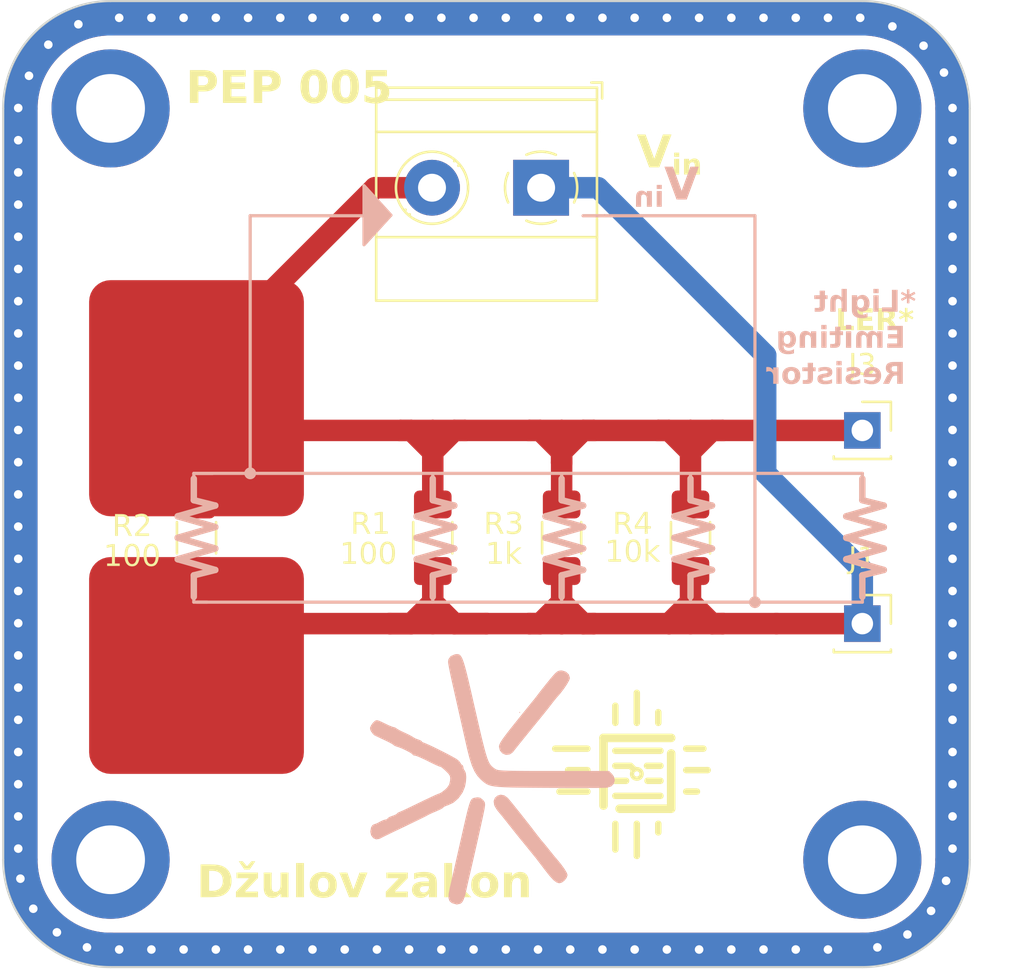
<source format=kicad_pcb>
(kicad_pcb (version 20241229) (generator "pcbnew") (generator_version "9.0")
  (layers (0 "F.Cu" signal) (2 "B.Cu" signal) (13 "F.Paste" user) (15 "B.Paste" user) (5 "F.SilkS" user "F.Silkscreen") (7 "B.SilkS" user "B.Silkscreen") (1 "F.Mask" user) (3 "B.Mask" user) (25 "Edge.Cuts" user))
  (net 0 "")
  (net 1 "0")
  (net 2 "Input voltage")
  (footprint "Resistor_SMD:R_1206_3216Metric_Pad1.30x1.75mm_HandSolder" (layer "F.Cu") (at 130 86 90)
    (property "Reference" "R3" (at 0.6 -2.7 180) (layer "F.SilkS"))
    (property "Value" "1k" (at -0.8 -2.7 180) (layer "F.SilkS"))
    (fp_line (start -0.727064 -0.91) (end 0.727064 -0.91) (stroke (width 0.12)) (layer "F.SilkS"))
    (fp_line (start -0.727064 0.91) (end 0.727064 0.91) (stroke (width 0.12)) (layer "F.SilkS"))
    (pad "1" smd roundrect (at -1.55 0 90) (size 1.3 1.75) (layers "F.Cu" "F.Mask" "F.Paste") (roundrect_rratio 0.192308) (net 2 "Input voltage"))
    (pad "2" smd roundrect (at 1.55 0 90) (size 1.3 1.75) (layers "F.Cu" "F.Mask" "F.Paste") (roundrect_rratio 0.192308) (net 1 "0"))
  )
  (footprint "Resistor_SMD:R_1206_3216Metric_Pad1.30x1.75mm_HandSolder" (layer "F.Cu") (at 113 86 90)
    (property "Reference" "R2" (at 0.5 -3 180) (layer "F.SilkS"))
    (property "Value" "100" (at -0.9 -3 180) (layer "F.SilkS"))
    (fp_line (start -0.727064 -0.91) (end 0.727064 -0.91) (stroke (width 0.12)) (layer "F.SilkS"))
    (fp_line (start -0.727064 0.91) (end 0.727064 0.91) (stroke (width 0.12)) (layer "F.SilkS"))
    (pad "1" smd roundrect (at -1.55 0 90) (size 1.3 1.75) (layers "F.Cu" "F.Mask" "F.Paste") (roundrect_rratio 0.192308) (net 2 "Input voltage"))
    (pad "2" smd roundrect (at 1.55 0 90) (size 1.3 1.75) (layers "F.Cu" "F.Mask" "F.Paste") (roundrect_rratio 0.192308) (net 1 "0"))
  )
  (footprint "MountingHole:MountingHole_3.2mm_M3_ISO14580_Pad_TopBottom" (layer "F.Cu") (at 144 66)
    (property "Reference" "H3" (hide yes))
    (property "Value" "MountingHole")
    (pad "1" thru_hole circle (at 0 0) (size 3.6 3.6) (drill 3.2) (layers "*.Cu" "*.Mask"))
    (pad "1" connect circle (at 0 0) (size 5.5 5.5) (layers "F.Cu" "F.Mask"))
    (pad "1" connect circle (at 0 0) (size 5.5 5.5) (layers "B.Cu" "B.Mask"))
  )
  (footprint "PEP_library:ele_petnica_logo" (layer "F.Cu") (at 133.5 97)
    (property "Reference" "REF**" (hide yes))
    (property "Value" "ele_petnica_logo" (hide yes))
    (fp_line (start -3.8 -1.176394) (end -2.3 -1.176394) (stroke (width 0.3)) (layer "F.SilkS"))
    (fp_line (start -3.6 0.823606) (end -2.3 0.823606) (stroke (width 0.3)) (layer "F.SilkS"))
    (fp_line (start -3.2 -0.176394) (end -2.3 -0.176394) (stroke (width 0.3)) (layer "F.SilkS"))
    (fp_line (start -1.55 -1.676394) (end 1.6 -1.676394) (stroke (width 0.4)) (layer "F.SilkS"))
    (fp_line (start -1.55 1.473606) (end -1.55 -1.676394) (stroke (width 0.4)) (layer "F.SilkS"))
    (fp_line (start -1 -3.176394) (end -1 -2.376394) (stroke (width 0.3)) (layer "F.SilkS"))
    (fp_line (start -1 -1.076394) (end 1.1 -1.076394) (stroke (width 0.3)) (layer "F.SilkS"))
    (fp_line (start -1 -0.376394) (end -0.3 -0.376394) (stroke (width 0.3)) (layer "F.SilkS"))
    (fp_line (start -1 0.323606) (end -0.5 0.323606) (stroke (width 0.3)) (layer "F.SilkS"))
    (fp_line (start -1 1.023606) (end 1.1 1.023606) (stroke (width 0.3)) (layer "F.SilkS"))
    (fp_line (start -1 3.523606) (end -1 2.323606) (stroke (width 0.3)) (layer "F.SilkS"))
    (fp_line (start -0.8 1.623606) (end 1.6 1.623606) (stroke (width 0.4)) (layer "F.SilkS"))
    (fp_line (start -0.3 -0.376394) (end -0.15 -0.226394) (stroke (width 0.3)) (layer "F.SilkS"))
    (fp_line (start 0 -3.776394) (end 0 -2.376394) (stroke (width 0.3)) (layer "F.SilkS"))
    (fp_line (start 0 3.823606) (end 0 2.323606) (stroke (width 0.3)) (layer "F.SilkS"))
    (fp_line (start 0.475 -0.376394) (end 1.1 -0.376394) (stroke (width 0.3)) (layer "F.SilkS"))
    (fp_line (start 0.5 0.323606) (end 1.1 0.323606) (stroke (width 0.3)) (layer "F.SilkS"))
    (fp_line (start 1 -2.876394) (end 1 -2.376394) (stroke (width 0.3)) (layer "F.SilkS"))
    (fp_line (start 1 2.723606) (end 1 2.323606) (stroke (width 0.3)) (layer "F.SilkS"))
    (fp_line (start 1.6 1.573606) (end 1.6 -0.95) (stroke (width 0.4)) (layer "F.SilkS"))
    (fp_line (start 2.8 0.823606) (end 2.3 0.823606) (stroke (width 0.3)) (layer "F.SilkS"))
    (fp_line (start 3.1 -1.176394) (end 2.3 -1.176394) (stroke (width 0.3)) (layer "F.SilkS"))
    (fp_line (start 3.3 -0.176394) (end 2.3 -0.176394) (stroke (width 0.3)) (layer "F.SilkS"))
    (fp_circle (center 0 0) (end 0.2 0.1) (stroke (width 0.2)) (fill no) (layer "F.SilkS"))
  )
  (footprint "MountingHole:MountingHole_3.2mm_M3_ISO14580_Pad_TopBottom" (layer "F.Cu") (at 144 101)
    (property "Reference" "H4" (hide yes))
    (property "Value" "MountingHole")
    (pad "1" thru_hole circle (at 0 0) (size 3.6 3.6) (drill 3.2) (layers "*.Cu" "*.Mask"))
    (pad "1" connect circle (at 0 0) (size 5.5 5.5) (layers "F.Cu" "F.Mask"))
    (pad "1" connect circle (at 0 0) (size 5.5 5.5) (layers "B.Cu" "B.Mask"))
  )
  (footprint "TerminalBlock_Phoenix:TerminalBlock_Phoenix_MKDS-1,5-2-5.08_1x02_P5.08mm_Horizontal" (layer "F.Cu") (at 129.045 69.695 180)
    (property "Reference" "J2" (hide yes))
    (property "Value" "Screw_Terminal_01x02")
    (fp_line (start 7.68 -5.261) (end 7.68 4.66) (stroke (width 0.12)) (layer "F.SilkS"))
    (fp_line (start 6.355 -1.069) (end 6.308 -1.023) (stroke (width 0.12)) (layer "F.SilkS"))
    (fp_line (start 6.15 -1.275) (end 6.115 -1.239) (stroke (width 0.12)) (layer "F.SilkS"))
    (fp_line (start 4.046 1.239) (end 4.011 1.274) (stroke (width 0.12)) (layer "F.SilkS"))
    (fp_line (start 3.853 1.023) (end 3.806 1.069) (stroke (width 0.12)) (layer "F.SilkS"))
    (fp_line (start -2.6 4.66) (end 7.68 4.66) (stroke (width 0.12)) (layer "F.SilkS"))
    (fp_line (start -2.6 4.1) (end 7.68 4.1) (stroke (width 0.12)) (layer "F.SilkS"))
    (fp_line (start -2.6 2.6) (end 7.68 2.6) (stroke (width 0.12)) (layer "F.SilkS"))
    (fp_line (start -2.6 -2.301) (end 7.68 -2.301) (stroke (width 0.12)) (layer "F.SilkS"))
    (fp_line (start -2.6 -5.261) (end 7.68 -5.261) (stroke (width 0.12)) (layer "F.SilkS"))
    (fp_line (start -2.6 -5.261) (end -2.6 4.66) (stroke (width 0.12)) (layer "F.SilkS"))
    (fp_line (start -2.84 4.9) (end -2.34 4.9) (stroke (width 0.12)) (layer "F.SilkS"))
    (fp_line (start -2.84 4.16) (end -2.84 4.9) (stroke (width 0.12)) (layer "F.SilkS"))
    (fp_arc (start 1.535427 -0.683042) (mid 1.680501 0.000524) (end 1.535 0.684) (stroke (width 0.12)) (layer "F.SilkS"))
    (fp_arc (start 0.683318 1.534756) (mid 0.349292 1.643288) (end 0 1.68) (stroke (width 0.12)) (layer "F.SilkS"))
    (fp_arc (start 0.028805 1.680253) (mid -0.335551 1.646659) (end -0.684 1.535) (stroke (width 0.12)) (layer "F.SilkS"))
    (fp_arc (start -0.683042 -1.535427) (mid 0.000524 -1.680501) (end 0.684 -1.535) (stroke (width 0.12)) (layer "F.SilkS"))
    (fp_arc (start -1.535427 0.683042) (mid -1.680501 -0.000524) (end -1.535 -0.684) (stroke (width 0.12)) (layer "F.SilkS"))
    (fp_circle (center 5.08 0) (end 6.76 0) (stroke (width 0.12)) (fill no) (layer "F.SilkS"))
    (pad "1" thru_hole rect (at 0 0 180) (size 2.6 2.6) (drill 1.3) (layers "*.Cu" "*.Mask") (net 2 "Input voltage"))
    (pad "2" thru_hole circle (at 5.08 0 180) (size 2.6 2.6) (drill 1.3) (layers "*.Cu" "*.Mask") (net 1 "0"))
  )
  (footprint "MountingHole:MountingHole_3.2mm_M3_ISO14580_Pad_TopBottom" (layer "F.Cu") (at 109 66)
    (property "Reference" "H2" (hide yes))
    (property "Value" "MountingHole")
    (pad "1" thru_hole circle (at 0 0) (size 3.6 3.6) (drill 3.2) (layers "*.Cu" "*.Mask"))
    (pad "1" connect circle (at 0 0) (size 5.5 5.5) (layers "F.Cu" "F.Mask"))
    (pad "1" connect circle (at 0 0) (size 5.5 5.5) (layers "B.Cu" "B.Mask"))
  )
  (footprint "Resistor_SMD:R_1206_3216Metric_Pad1.30x1.75mm_HandSolder" (layer "F.Cu") (at 124 86 90)
    (property "Reference" "R1" (at 0.6 -2.9 180) (layer "F.SilkS"))
    (property "Value" "100" (at -0.8 -3 180) (layer "F.SilkS"))
    (fp_line (start -0.727064 -0.91) (end 0.727064 -0.91) (stroke (width 0.12)) (layer "F.SilkS"))
    (fp_line (start -0.727064 0.91) (end 0.727064 0.91) (stroke (width 0.12)) (layer "F.SilkS"))
    (pad "1" smd roundrect (at -1.55 0 90) (size 1.3 1.75) (layers "F.Cu" "F.Mask" "F.Paste") (roundrect_rratio 0.192308) (net 2 "Input voltage"))
    (pad "2" smd roundrect (at 1.55 0 90) (size 1.3 1.75) (layers "F.Cu" "F.Mask" "F.Paste") (roundrect_rratio 0.192308) (net 1 "0"))
  )
  (footprint "Resistor_SMD:R_1206_3216Metric_Pad1.30x1.75mm_HandSolder" (layer "F.Cu") (at 136 86 90)
    (property "Reference" "R4" (at 0.6 -2.7 180) (layer "F.SilkS"))
    (property "Value" "10k" (at -0.7 -2.7 180) (layer "F.SilkS"))
    (fp_line (start -0.727064 -0.91) (end 0.727064 -0.91) (stroke (width 0.12)) (layer "F.SilkS"))
    (fp_line (start -0.727064 0.91) (end 0.727064 0.91) (stroke (width 0.12)) (layer "F.SilkS"))
    (pad "1" smd roundrect (at -1.55 0 90) (size 1.3 1.75) (layers "F.Cu" "F.Mask" "F.Paste") (roundrect_rratio 0.192308) (net 2 "Input voltage"))
    (pad "2" smd roundrect (at 1.55 0 90) (size 1.3 1.75) (layers "F.Cu" "F.Mask" "F.Paste") (roundrect_rratio 0.192308) (net 1 "0"))
  )
  (footprint "Connector_PinSocket_2.54mm:PinSocket_1x01_P2.54mm_Vertical" (layer "F.Cu") (at 144 90)
    (property "Reference" "J1" (at 0 -3 0) (layer "F.SilkS"))
    (property "Value" "Conn_01x01_Socket")
    (fp_line (start -1.33 1.21) (end -1.33 1.33) (stroke (width 0.12)) (layer "F.SilkS"))
    (fp_line (start -1.33 1.33) (end 1.33 1.33) (stroke (width 0.12)) (layer "F.SilkS"))
    (fp_line (start 0 -1.33) (end 1.33 -1.33) (stroke (width 0.12)) (layer "F.SilkS"))
    (fp_line (start 1.33 -1.33) (end 1.33 0) (stroke (width 0.12)) (layer "F.SilkS"))
    (fp_line (start 1.33 1.21) (end 1.33 1.33) (stroke (width 0.12)) (layer "F.SilkS"))
    (pad "1" thru_hole rect (at 0 0) (size 1.7 1.7) (drill 1) (layers "*.Cu" "*.Mask") (net 2 "Input voltage"))
  )
  (footprint "Connector_PinSocket_2.54mm:PinSocket_1x01_P2.54mm_Vertical" (layer "F.Cu") (at 144 81)
    (property "Reference" "J3" (at 0 -3 0) (layer "F.SilkS"))
    (property "Value" "Conn_01x01_Socket")
    (fp_line (start -1.33 1.21) (end -1.33 1.33) (stroke (width 0.12)) (layer "F.SilkS"))
    (fp_line (start -1.33 1.33) (end 1.33 1.33) (stroke (width 0.12)) (layer "F.SilkS"))
    (fp_line (start 0 -1.33) (end 1.33 -1.33) (stroke (width 0.12)) (layer "F.SilkS"))
    (fp_line (start 1.33 -1.33) (end 1.33 0) (stroke (width 0.12)) (layer "F.SilkS"))
    (fp_line (start 1.33 1.21) (end 1.33 1.33) (stroke (width 0.12)) (layer "F.SilkS"))
    (pad "1" thru_hole rect (at 0 0) (size 1.7 1.7) (drill 1) (layers "*.Cu" "*.Mask") (net 1 "0"))
  )
  (footprint "MountingHole:MountingHole_3.2mm_M3_ISO14580_Pad_TopBottom" (layer "F.Cu") (at 109 101 -90)
    (property "Reference" "H1" (hide yes))
    (property "Value" "MountingHole")
    (pad "1" thru_hole circle (at 0 0 270) (size 3.6 3.6) (drill 3.2) (layers "*.Cu" "*.Mask"))
    (pad "1" connect circle (at 0 0 270) (size 5.5 5.5) (layers "F.Cu" "F.Mask"))
    (pad "1" connect circle (at 0 0 270) (size 5.5 5.5) (layers "B.Cu" "B.Mask"))
  )
  (footprint "logo:logo" (layer "B.Cu") (at 126.75 97.25 180)
    (property "Reference" "G***" (hide yes))
    (property "Value" "LOGO" (hide yes))
    (fp_poly (pts (xy -1.267245 3.113015) (xy -1.294794 3.085467) (xy -1.322342 3.113015) (xy -1.294794 3.140564)) (fill yes) (layer "B.SilkS"))
    (fp_poly (pts (xy 0.732958 -0.849086) (xy 0.802119 -0.861475) (xy 0.859597 -0.874742) (xy 0.908786 -0.898718) (xy 0.953082 -0.943234) (xy 0.995879 -1.018121) (xy 1.040571 -1.133209) (xy 1.090554 -1.298328) (xy 1.149222 -1.523311) (xy 1.21997 -1.817986) (xy 1.306192 -2.192186) (xy 1.411284 -2.655741) (xy 1.514734 -3.113015) (xy 1.61729 -3.56554) (xy 1.699797 -3.929179) (xy 1.766498 -4.22253) (xy 1.821634 -4.464192) (xy 1.86945 -4.672763) (xy 1.914187 -4.866841) (xy 1.957829 -5.055282) (xy 2.011527 -5.338169) (xy 2.017531 -5.538154) (xy 1.973051 -5.672966) (xy 1.875299 -5.760333) (xy 1.844499 -5.775803) (xy 1.632772 -5.835922) (xy 1.464107 -5.79956) (xy 1.388736 -5.741447) (xy 1.323747 -5.63495) (xy 1.258539 -5.46246) (xy 1.219466 -5.314441) (xy 1.164193 -5.062317) (xy 1.102014 -4.786653) (xy 1.071771 -4.655748) (xy 0.973784 -4.234223) (xy 0.872001 -3.791703) (xy 0.769839 -3.343483) (xy 0.670718 -2.904854) (xy 0.578055 -2.49111) (xy 0.49527 -2.117543) (xy 0.42578 -1.799446) (xy 0.373005 -1.552111) (xy 0.340362 -1.390832) (xy 0.333799 -1.354398) (xy 0.312399 -1.184344) (xy 0.32622 -1.077287) (xy 0.385059 -0.989001) (xy 0.423648 -0.948783) (xy 0.546943 -0.855314) (xy 0.678315 -0.840239)) (fill yes) (layer "B.SilkS"))
    (fp_poly (pts (xy -3.13405 5.060279) (xy -3.048738 5.023617) (xy -2.95229 4.943162) (xy -2.82478 4.803083) (xy -2.690719 4.641974) (xy -2.519016 4.430153) (xy -2.353768 4.222754) (xy -2.220838 4.052376) (xy -2.177045 3.994577) (xy -2.059223 3.839545) (xy -1.95275 3.704585) (xy -1.919199 3.663992) (xy -1.857706 3.589319) (xy -1.738933 3.443049) (xy -1.574509 3.239579) (xy -1.376059 2.993305) (xy -1.155212 2.718623) (xy -1.078037 2.622501) (xy -0.821976 2.300682) (xy -0.629254 2.050973) (xy -0.49186 1.861506) (xy -0.401781 1.720413) (xy -0.351007 1.615827) (xy -0.331526 1.53588) (xy -0.330585 1.515313) (xy -0.375231 1.337646) (xy -0.48978 1.204472) (xy -0.645153 1.135073) (xy -0.81227 1.148731) (xy -0.854013 1.168241) (xy -0.954258 1.235863) (xy -0.994173 1.274959) (xy -1.043335 1.339436) (xy -1.150604 1.474842) (xy -1.304362 1.666771) (xy -1.492994 1.90082) (xy -1.704884 2.162584) (xy -1.928415 2.437657) (xy -2.151972 2.711636) (xy -2.203904 2.775097) (xy -2.386041 2.999253) (xy -2.559596 3.215869) (xy -2.70261 3.397374) (xy -2.780762 3.499421) (xy -2.9006 3.654667) (xy -3.011732 3.789643) (xy -3.047006 3.829284) (xy -3.210802 4.019751) (xy -3.36783 4.227446) (xy -3.501876 4.427968) (xy -3.596726 4.596916) (xy -3.636164 4.709892) (xy -3.636442 4.716306) (xy -3.586659 4.882953) (xy -3.455508 5.007726) (xy -3.270289 5.067045) (xy -3.228154 5.068981)) (fill yes) (layer "B.SilkS"))
    (fp_poly (pts (xy -0.259031 -0.760394) (xy -0.142137 -0.864282) (xy -0.08404 -1.014686) (xy -0.10657 -1.197607) (xy -0.13362 -1.259271) (xy -0.214311 -1.396694) (xy -0.288599 -1.49619) (xy -0.349286 -1.567011) (xy -0.46172 -1.704548) (xy -0.609688 -1.888774) (xy -0.771987 -2.093332) (xy -0.941801 -2.308138) (xy -1.094329 -2.500244) (xy -1.212286 -2.647931) (xy -1.276287 -2.726954) (xy -1.35725 -2.825465) (xy -1.480466 -2.976371) (xy -1.627395 -3.156846) (xy -1.779496 -3.344069) (xy -1.918226 -3.515214) (xy -2.025044 -3.647459) (xy -2.08141 -3.71798) (xy -2.082271 -3.719089) (xy -2.132013 -3.784149) (xy -2.232052 -3.915581) (xy -2.366089 -4.091959) (xy -2.467677 -4.225764) (xy -2.689123 -4.505914) (xy -2.866417 -4.698157) (xy -3.011978 -4.809155) (xy -3.13822 -4.845571) (xy -3.257561 -4.814065) (xy -3.382416 -4.721301) (xy -3.385664 -4.718302) (xy -3.482551 -4.593641) (xy -3.526066 -4.46874) (xy -3.526247 -4.462166) (xy -3.489513 -4.352587) (xy -3.386875 -4.180938) (xy -3.229678 -3.96373) (xy -3.029267 -3.717476) (xy -2.958924 -3.636442) (xy -2.886986 -3.550347) (xy -2.774126 -3.410691) (xy -2.668967 -3.278308) (xy -2.551951 -3.131087) (xy -2.462572 -3.020944) (xy -2.423408 -2.975271) (xy -2.360989 -2.904259) (xy -2.255455 -2.774831) (xy -2.130272 -2.616375) (xy -2.008909 -2.458279) (xy -1.983514 -2.424402) (xy -1.86667 -2.270872) (xy -1.707211 -2.065761) (xy -1.520972 -1.828958) (xy -1.32379 -1.580355) (xy -1.131502 -1.339842) (xy -0.959944 -1.127312) (xy -0.824952 -0.962654) (xy -0.744194 -0.867787) (xy -0.581889 -0.74815) (xy -0.412892 -0.717018)) (fill yes) (layer "B.SilkS"))
    (fp_poly (pts (xy 1.720678 5.819095) (xy 1.733516 5.8166) (xy 1.918977 5.735583) (xy 2.021083 5.587285) (xy 2.038612 5.469287) (xy 2.026752 5.37264) (xy 1.994013 5.190335) (xy 1.944656 4.944) (xy 1.882943 4.655267) (xy 1.842575 4.474287) (xy 1.758516 4.102847) (xy 1.666605 3.696118) (xy 1.576878 3.298537) (xy 1.499369 2.954546) (xy 1.485437 2.892625) (xy 1.405229 2.536675) (xy 1.31313 2.128975) (xy 1.22173 1.725219) (xy 1.158016 1.44442) (xy 1.045803 0.996608) (xy 0.931636 0.642377) (xy 0.808305 0.365239) (xy 0.668602 0.148705) (xy 0.523012 -0.007895) (xy 0.428972 -0.09286) (xy 0.342816 -0.164021) (xy 0.254213 -0.222656) (xy 0.152831 -0.270045) (xy 0.028342 -0.307471) (xy -0.129587 -0.336211) (xy -0.331285 -0.357547) (xy -0.587085 -0.372759) (xy -0.907315 -0.383126) (xy -1.302308 -0.38993) (xy -1.782394 -0.39445) (xy -2.357903 -0.397967) (xy -2.636995 -0.399488) (xy -3.160552 -0.401957) (xy -3.656211 -0.403544) (xy -4.11183 -0.404263) (xy -4.515268 -0.404129) (xy -4.854382 -0.403157) (xy -5.117032 -0.401361) (xy -5.291076 -0.398757) (xy -5.357413 -0.396181) (xy -5.555681 -0.33593) (xy -5.682172 -0.210506) (xy -5.727497 -0.045472) (xy -5.682267 0.133608) (xy -5.594912 0.250444) (xy -5.459672 0.385684) (xy -2.87984 0.385684) (xy -2.274617 0.385975) (xy -1.769899 0.387071) (xy -1.355996 0.389305) (xy -1.023218 0.39301) (xy -0.761876 0.398518) (xy -0.56228 0.406163) (xy -0.41474 0.416278) (xy -0.309567 0.429196) (xy -0.237071 0.44525) (xy -0.187562 0.464772) (xy -0.163778 0.479026) (xy -0.08454 0.534375) (xy -0.015909 0.58935) (xy 0.045129 0.65319) (xy 0.101588 0.73513) (xy 0.156482 0.844408) (xy 0.212825 0.990261) (xy 0.273631 1.181927) (xy 0.341915 1.428643) (xy 0.420689 1.739646) (xy 0.512968 2.124173) (xy 0.621765 2.591462) (xy 0.750096 3.150749) (xy 0.848461 3.581345) (xy 0.976179 4.138794) (xy 1.083314 4.597916) (xy 1.173498 4.967886) (xy 1.250365 5.257877) (xy 1.317546 5.477065) (xy 1.378675 5.634624) (xy 1.437385 5.739729) (xy 1.497307 5.801554) (xy 1.562075 5.829274) (xy 1.635321 5.832062)) (fill yes) (layer "B.SilkS"))
    (fp_poly (pts (xy 5.431179 2.727485) (xy 5.444477 2.719345) (xy 5.539475 2.629418) (xy 5.619957 2.515273) (xy 5.672291 2.396734) (xy 5.658262 2.297898) (xy 5.619957 2.223122) (xy 5.533908 2.1045) (xy 5.454664 2.037341) (xy 5.367316 1.996056) (xy 5.210716 1.922619) (xy 5.015508 1.831394) (xy 4.972879 1.811508) (xy 4.786762 1.720632) (xy 4.646864 1.644542) (xy 4.57712 1.596511) (xy 4.573421 1.59003) (xy 4.526382 1.552633) (xy 4.423844 1.517218) (xy 4.281716 1.469838) (xy 4.109223 1.396387) (xy 3.935814 1.31171) (xy 3.790938 1.23065) (xy 3.704044 1.16805) (xy 3.691541 1.14811) (xy 3.645565 1.109937) (xy 3.586938 1.101953) (xy 3.496475 1.077618) (xy 3.334352 1.011871) (xy 3.125902 0.915597) (xy 2.957474 0.831489) (xy 2.741456 0.723457) (xy 2.563743 0.640767) (xy 2.445438 0.59285) (xy 2.407791 0.585847) (xy 2.358478 0.564431) (xy 2.255927 0.483557) (xy 2.150621 0.387426) (xy 2.019362 0.253856) (xy 1.953714 0.153681) (xy 1.936152 0.047969) (xy 1.945199 -0.068938) (xy 1.986743 -0.245634) (xy 2.081764 -0.388365) (xy 2.179842 -0.481616) (xy 2.311856 -0.585877) (xy 2.415822 -0.650655) (xy 2.448485 -0.661171) (xy 2.515407 -0.684485) (xy 2.664009 -0.749235) (xy 2.877382 -0.847636) (xy 3.138615 -0.971902) (xy 3.405819 -1.101952) (xy 3.695423 -1.242985) (xy 3.95198 -1.365332) (xy 4.158762 -1.461224) (xy 4.299046 -1.522895) (xy 4.355018 -1.542733) (xy 4.406665 -1.57951) (xy 4.40781 -1.589109) (xy 4.455358 -1.632046) (xy 4.574532 -1.684037) (xy 4.6282 -1.701516) (xy 4.76463 -1.753818) (xy 4.841995 -1.805631) (xy 4.84859 -1.820433) (xy 4.894102 -1.865389) (xy 4.945011 -1.873525) (xy 5.054033 -1.901279) (xy 5.197282 -1.96926) (xy 5.221831 -1.98372) (xy 5.36094 -2.05603) (xy 5.471451 -2.092611) (xy 5.484908 -2.093709) (xy 5.562475 -2.139922) (xy 5.623596 -2.241025) (xy 5.659004 -2.440024) (xy 5.620199 -2.612748) (xy 5.52417 -2.739665) (xy 5.387911 -2.801244) (xy 5.228412 -2.777955) (xy 5.179176 -2.751878) (xy 5.105629 -2.713036) (xy 4.949159 -2.635085) (xy 4.726402 -2.526152) (xy 4.453993 -2.394365) (xy 4.148565 -2.24785) (xy 4.104773 -2.226938) (xy 3.796108 -2.079078) (xy 3.518163 -1.944898) (xy 3.287571 -1.832512) (xy 3.120965 -1.750032) (xy 3.034978 -1.705572) (xy 3.030369 -1.702874) (xy 2.919517 -1.641467) (xy 2.763297 -1.568197) (xy 2.534802 -1.470562) (xy 2.493167 -1.453265) (xy 2.353935 -1.387211) (xy 2.27007 -1.331294) (xy 2.259003 -1.313863) (xy 2.211234 -1.274523) (xy 2.091833 -1.227592) (xy 2.042584 -1.213217) (xy 1.783554 -1.091538) (xy 1.548099 -0.885077) (xy 1.359694 -0.619247) (xy 1.251597 -0.356888) (xy 1.204659 -0.124746) (xy 1.190252 0.098741) (xy 1.207494 0.283896) (xy 1.255499 0.40104) (xy 1.274672 0.417822) (xy 1.314614 0.491253) (xy 1.322343 0.554228) (xy 1.344463 0.642004) (xy 1.373728 0.661172) (xy 1.431646 0.706141) (xy 1.456232 0.757592) (xy 1.522074 0.848379) (xy 1.643473 0.946308) (xy 1.666561 0.960685) (xy 1.828782 1.05233) (xy 2.041207 1.165463) (xy 2.282599 1.289592) (xy 2.531716 1.414226) (xy 2.767319 1.528872) (xy 2.968168 1.623039) (xy 3.113023 1.686234) (xy 3.179471 1.708026) (xy 3.245233 1.738237) (xy 3.25076 1.757151) (xy 3.297766 1.804368) (xy 3.402278 1.84409) (xy 3.546044 1.896113) (xy 3.636443 1.948699) (xy 3.726556 2.004361) (xy 3.883854 2.086454) (xy 4.074524 2.177341) (xy 4.077224 2.178571) (xy 4.256092 2.264327) (xy 4.390307 2.336779) (xy 4.452693 2.381173) (xy 4.453724 2.382972) (xy 4.517175 2.421449) (xy 4.544938 2.424295) (xy 4.634871 2.447367) (xy 4.779601 2.505841) (xy 4.857158 2.542314) (xy 5.08085 2.651504) (xy 5.22806 2.717973) (xy 5.320825 2.748364) (xy 5.381186 2.74932)) (fill yes) (layer "B.SilkS"))
  )
  (gr_line (start 109.000417 105.200417) (end 144.000417 105.200417) (stroke (width 1.6)) (layer "F.Cu"))
  (gr_arc (start 148.200417 101.000417) (mid 146.970265 103.970265) (end 144.000417 105.200417) (stroke (width 1.6)) (layer "F.Cu"))
  (gr_line (start 104.800417 66.000417) (end 104.800417 101.000417) (stroke (width 1.6)) (layer "F.Cu"))
  (gr_arc (start 109.000417 105.200417) (mid 106.030569 103.970265) (end 104.800417 101.000417) (stroke (width 1.6)) (layer "F.Cu"))
  (gr_arc (start 104.800417 66.000417) (mid 106.030569 63.030569) (end 109.000417 61.800417) (stroke (width 1.6)) (layer "F.Cu"))
  (gr_line (start 109.000417 61.800417) (end 144.000417 61.800417) (stroke (width 1.6)) (layer "F.Cu"))
  (gr_arc (start 144.000417 61.800417) (mid 146.970265 63.030569) (end 148.200417 66.000417) (stroke (width 1.6)) (layer "F.Cu"))
  (gr_line (start 148.200417 101.000417) (end 148.200417 66.000417) (stroke (width 1.6)) (layer "F.Cu"))
  (gr_arc (start 144.000417 61.800417) (mid 146.970267 63.030568) (end 148.200417 66.000417) (stroke (width 1.6)) (layer "B.Cu"))
  (gr_arc (start 148.200417 101.000417) (mid 146.970266 103.970266) (end 144.000417 105.200417) (stroke (width 1.6)) (layer "B.Cu"))
  (gr_line (start 148.200417 101.000417) (end 148.200417 66.000417) (stroke (width 1.6)) (layer "B.Cu"))
  (gr_line (start 104.800417 66.000417) (end 104.800417 101.000417) (stroke (width 1.6)) (layer "B.Cu"))
  (gr_line (start 109.000417 61.800417) (end 144.000417 61.800417) (stroke (width 1.6)) (layer "B.Cu"))
  (gr_line (start 109.000417 105.200417) (end 144.000417 105.200417) (stroke (width 1.6)) (layer "B.Cu"))
  (gr_arc (start 109.000417 105.200417) (mid 106.030571 103.970265) (end 104.800417 101.000417) (stroke (width 1.6)) (layer "B.Cu"))
  (gr_arc (start 104.800417 66.000417) (mid 106.030569 63.030569) (end 109.000417 61.800417) (stroke (width 1.6)) (layer "B.Cu"))
  (gr_line (start 131 86.5) (end 129.25 86) (stroke (width 0.3)) (layer "B.SilkS"))
  (gr_line (start 115.5 71) (end 121 71) (stroke (width 0.15)) (layer "B.SilkS"))
  (gr_line (start 113.5 89) (end 112.875 89) (stroke (width 0.15)) (layer "B.SilkS"))
  (gr_line (start 130 88.75) (end 130 87.75) (stroke (width 0.3)) (layer "B.SilkS"))
  (gr_line (start 113.875 85.5) (end 112.125 85) (stroke (width 0.3)) (layer "B.SilkS"))
  (gr_line (start 112.125 85) (end 113.875 84.5) (stroke (width 0.3)) (layer "B.SilkS"))
  (gr_line (start 144 83) (end 144 83.25) (stroke (width 0.15)) (layer "B.SilkS"))
  (gr_line (start 124 84.25) (end 124 83.25) (stroke (width 0.3)) (layer "B.SilkS"))
  (gr_line (start 145 86.5) (end 143.25 86) (stroke (width 0.3)) (layer "B.SilkS"))
  (gr_line (start 123.25 86) (end 125 85.5) (stroke (width 0.3)) (layer "B.SilkS"))
  (gr_line (start 130 87.75) (end 131 87.5) (stroke (width 0.3)) (layer "B.SilkS"))
  (gr_line (start 136 83.25) (end 136 83) (stroke (width 0.15)) (layer "B.SilkS"))
  (gr_line (start 130 88.75) (end 130 89) (stroke (width 0.15)) (layer "B.SilkS"))
  (gr_line (start 125 84.5) (end 124 84.25) (stroke (width 0.3)) (layer "B.SilkS"))
  (gr_line (start 124 87.75) (end 125 87.5) (stroke (width 0.3)) (layer "B.SilkS"))
  (gr_line (start 135.25 86) (end 137 85.5) (stroke (width 0.3)) (layer "B.SilkS"))
  (gr_line (start 144 88.75) (end 144 87.75) (stroke (width 0.3)) (layer "B.SilkS"))
  (gr_line (start 132 71) (end 131 71) (stroke (width 0.15)) (layer "B.SilkS"))
  (gr_line (start 145 87.5) (end 143.25 87) (stroke (width 0.3)) (layer "B.SilkS"))
  (gr_line (start 112.875 87.75) (end 113.875 87.5) (stroke (width 0.3)) (layer "B.SilkS"))
  (gr_poly (pts (xy 120.8 69.6) (xy 120.8 72.35) (xy 122.05 70.975)) (stroke (width 0.15)) (fill yes) (layer "B.SilkS"))
  (gr_line (start 131 84.5) (end 130 84.25) (stroke (width 0.3)) (layer "B.SilkS"))
  (gr_line (start 129.25 87) (end 131 86.5) (stroke (width 0.3)) (layer "B.SilkS"))
  (gr_line (start 121 71) (end 122 71) (stroke (width 0.15)) (layer "B.SilkS"))
  (gr_line (start 131 85.5) (end 129.25 85) (stroke (width 0.3)) (layer "B.SilkS"))
  (gr_line (start 124 88.75) (end 124 87.75) (stroke (width 0.3)) (layer "B.SilkS"))
  (gr_line (start 130 83.25) (end 130 83) (stroke (width 0.15)) (layer "B.SilkS"))
  (gr_line (start 112.875 84.25) (end 112.875 83.25) (stroke (width 0.3)) (layer "B.SilkS"))
  (gr_line (start 143.25 87) (end 145 86.5) (stroke (width 0.3)) (layer "B.SilkS"))
  (gr_line (start 143.25 85) (end 145 84.5) (stroke (width 0.3)) (layer "B.SilkS"))
  (gr_line (start 137 87.5) (end 135.25 87) (stroke (width 0.3)) (layer "B.SilkS"))
  (gr_line (start 143.25 86) (end 145 85.5) (stroke (width 0.3)) (layer "B.SilkS"))
  (gr_line (start 113.875 87.5) (end 112.125 87) (stroke (width 0.3)) (layer "B.SilkS"))
  (gr_line (start 131 87.5) (end 129.25 87) (stroke (width 0.3)) (layer "B.SilkS"))
  (gr_line (start 113 89) (end 144 89) (stroke (width 0.15)) (layer "B.SilkS"))
  (gr_line (start 144 88.75) (end 144 89) (stroke (width 0.15)) (layer "B.SilkS"))
  (gr_line (start 137 85.5) (end 135.25 85) (stroke (width 0.3)) (layer "B.SilkS"))
  (gr_line (start 123.25 85) (end 125 84.5) (stroke (width 0.3)) (layer "B.SilkS"))
  (gr_line (start 136 88.75) (end 136 89) (stroke (width 0.15)) (layer "B.SilkS"))
  (gr_line (start 136 84.25) (end 136 83.25) (stroke (width 0.3)) (layer "B.SilkS"))
  (gr_line (start 115.5 83) (end 115.5 71) (stroke (width 0.15)) (layer "B.SilkS"))
  (gr_circle (center 139 89) (end 139.2 89) (stroke (width 0.15)) (fill yes) (layer "B.SilkS"))
  (gr_line (start 113 83) (end 144 83) (stroke (width 0.15)) (layer "B.SilkS"))
  (gr_line (start 135.25 87) (end 137 86.5) (stroke (width 0.3)) (layer "B.SilkS"))
  (gr_line (start 135.25 85) (end 137 84.5) (stroke (width 0.3)) (layer "B.SilkS"))
  (gr_line (start 125 87.5) (end 123.25 87) (stroke (width 0.3)) (layer "B.SilkS"))
  (gr_line (start 139 71) (end 139 89) (stroke (width 0.15)) (layer "B.SilkS"))
  (gr_line (start 129.25 86) (end 131 85.5) (stroke (width 0.3)) (layer "B.SilkS"))
  (gr_line (start 130 84.25) (end 130 83.25) (stroke (width 0.3)) (layer "B.SilkS"))
  (gr_line (start 124 88.75) (end 124 89) (stroke (width 0.15)) (layer "B.SilkS"))
  (gr_line (start 113.875 84.5) (end 112.875 84.25) (stroke (width 0.3)) (layer "B.SilkS"))
  (gr_line (start 144 87.75) (end 145 87.5) (stroke (width 0.3)) (layer "B.SilkS"))
  (gr_line (start 112.875 88.75) (end 112.875 87.75) (stroke (width 0.3)) (layer "B.SilkS"))
  (gr_line (start 112.125 86) (end 113.875 85.5) (stroke (width 0.3)) (layer "B.SilkS"))
  (gr_line (start 125 85.5) (end 123.25 85) (stroke (width 0.3)) (layer "B.SilkS"))
  (gr_line (start 129.25 85) (end 131 84.5) (stroke (width 0.3)) (layer "B.SilkS"))
  (gr_line (start 144 84.25) (end 144 83.25) (stroke (width 0.3)) (layer "B.SilkS"))
  (gr_line (start 136 88.75) (end 136 87.75) (stroke (width 0.3)) (layer "B.SilkS"))
  (gr_line (start 145 85.5) (end 143.25 85) (stroke (width 0.3)) (layer "B.SilkS"))
  (gr_line (start 113.875 86.5) (end 112.125 86) (stroke (width 0.3)) (layer "B.SilkS"))
  (gr_line (start 136 87.75) (end 137 87.5) (stroke (width 0.3)) (layer "B.SilkS"))
  (gr_circle (center 115.5 83) (end 115.7 83) (stroke (width 0.15)) (fill yes) (layer "B.SilkS"))
  (gr_line (start 137 84.5) (end 136 84.25) (stroke (width 0.3)) (layer "B.SilkS"))
  (gr_line (start 112.875 88.75) (end 112.875 89) (stroke (width 0.15)) (layer "B.SilkS"))
  (gr_line (start 145 84.5) (end 144 84.25) (stroke (width 0.3)) (layer "B.SilkS"))
  (gr_line (start 112.875 83.25) (end 112.875 83) (stroke (width 0.15)) (layer "B.SilkS"))
  (gr_line (start 132 71) (end 139 71) (stroke (width 0.15)) (layer "B.SilkS"))
  (gr_line (start 113.75 83) (end 112.875 83) (stroke (width 0.15)) (layer "B.SilkS"))
  (gr_line (start 112.125 87) (end 113.875 86.5) (stroke (width 0.3)) (layer "B.SilkS"))
  (gr_line (start 137 86.5) (end 135.25 86) (stroke (width 0.3)) (layer "B.SilkS"))
  (gr_line (start 124 83.25) (end 124 83) (stroke (width 0.15)) (layer "B.SilkS"))
  (gr_line (start 125 86.5) (end 123.25 86) (stroke (width 0.3)) (layer "B.SilkS"))
  (gr_line (start 123.25 87) (end 125 86.5) (stroke (width 0.3)) (layer "B.SilkS"))
  (gr_line (start 144 106) (end 109 106) (stroke (width 0.1)) (layer "Edge.Cuts"))
  (gr_arc (start 144 61) (mid 147.535534 62.464466) (end 149 66) (stroke (width 0.1)) (layer "Edge.Cuts"))
  (gr_arc (start 149 101) (mid 147.535534 104.535534) (end 144 106) (stroke (width 0.1)) (layer "Edge.Cuts"))
  (gr_arc (start 104 66) (mid 105.464466 62.464466) (end 109 61) (stroke (width 0.1)) (layer "Edge.Cuts"))
  (gr_line (start 149 101) (end 149 66) (stroke (width 0.1)) (layer "Edge.Cuts"))
  (gr_arc (start 109 106) (mid 105.464466 104.535534) (end 104 101) (stroke (width 0.1)) (layer "Edge.Cuts"))
  (gr_line (start 109 61) (end 144 61) (stroke (width 0.1)) (layer "Edge.Cuts"))
  (gr_line (start 104 66) (end 104 101) (stroke (width 0.1)) (layer "Edge.Cuts"))
  (gr_text "Džulov zakon" (at 113 103 0) (layer "F.SilkS") (effects (font (size 1.5 1.5) (thickness 0.2) (bold yes)) (justify left bottom)))
  (gr_text "LER*" (at 142.75 76.5 0) (layer "F.SilkS") (effects (font (size 1 1) (thickness 0.2) (bold yes)) (justify left bottom)))
  (gr_text "V_{in}\n" (at 133.5 69 0) (layer "F.SilkS") (effects (font (size 1.5 1.5) (thickness 0.3) (bold yes)) (justify left bottom)))
  (gr_text "PEP 005" (at 112.5 66 0) (layer "F.SilkS") (effects (font (size 1.5 1.5) (thickness 0.2) (bold yes)) (justify left bottom)))
  (gr_text "*Light \n Emiting \n Resistor\n" (at 146.5 79 0) (layer "B.SilkS") (effects (font (size 1 1) (thickness 0.2) (bold yes)) (justify left bottom mirror)))
  (gr_text "V_{in}" (at 136.4 70.5 0) (layer "B.SilkS") (effects (font (size 1.5 1.5) (thickness 0.3) (bold yes)) (justify left bottom mirror)))
  (via (at 148.200417 100.480569) (size 0.8) (drill 0.4) (layers "F.Cu" "B.Cu") (net 0))
  (via (at 104.700417 73.480569) (size 0.8) (drill 0.4) (layers "F.Cu" "B.Cu") (net 0))
  (via (at 134.900417 61.780569) (size 0.8) (drill 0.4) (layers "F.Cu" "B.Cu") (net 0))
  (via (at 121.400417 105.180569) (size 0.8) (drill 0.4) (layers "F.Cu" "B.Cu") (net 0))
  (via (at 109.400417 105.180569) (size 0.8) (drill 0.4) (layers "F.Cu" "B.Cu") (net 0))
  (via (at 115.400417 61.780569) (size 0.8) (drill 0.4) (layers "F.Cu" "B.Cu") (net 0))
  (via (at 131.900417 61.780569) (size 0.8) (drill 0.4) (layers "F.Cu" "B.Cu") (net 0))
  (via (at 148.200417 94.480569) (size 0.8) (drill 0.4) (layers "F.Cu" "B.Cu") (net 0))
  (via (at 125.900417 61.780569) (size 0.8) (drill 0.4) (layers "F.Cu" "B.Cu") (net 0))
  (via (at 148.200417 85.480569) (size 0.8) (drill 0.4) (layers "F.Cu" "B.Cu") (net 0))
  (via (at 147.200417 103.380569) (size 0.8) (drill 0.4) (layers "F.Cu" "B.Cu") (net 0))
  (via (at 105.400417 103.280569) (size 0.8) (drill 0.4) (layers "F.Cu" "B.Cu") (net 0))
  (via (at 107.900417 105.080569) (size 0.8) (drill 0.4) (layers "F.Cu" "B.Cu") (net 0))
  (via (at 148.200417 67.480569) (size 0.8) (drill 0.4) (layers "F.Cu" "B.Cu") (net 0))
  (via (at 148.200417 73.480569) (size 0.8) (drill 0.4) (layers "F.Cu" "B.Cu") (net 0))
  (via (at 122.900417 61.780569) (size 0.8) (drill 0.4) (layers "F.Cu" "B.Cu") (net 0))
  (via (at 112.400417 61.780569) (size 0.8) (drill 0.4) (layers "F.Cu" "B.Cu") (net 0))
  (via (at 112.400417 105.180569) (size 0.8) (drill 0.4) (layers "F.Cu" "B.Cu") (net 0))
  (via (at 116.900417 105.180569) (size 0.8) (drill 0.4) (layers "F.Cu" "B.Cu") (net 0))
  (via (at 148.200417 89.980569) (size 0.8) (drill 0.4) (layers "F.Cu" "B.Cu") (net 0))
  (via (at 118.400417 105.180569) (size 0.8) (drill 0.4) (layers "F.Cu" "B.Cu") (net 0))
  (via (at 134.900417 105.180569) (size 0.8) (drill 0.4) (layers "F.Cu" "B.Cu") (net 0))
  (via (at 137.900417 105.180569) (size 0.8) (drill 0.4) (layers "F.Cu" "B.Cu") (net 0))
  (via (at 148.200417 98.980569) (size 0.8) (drill 0.4) (layers "F.Cu" "B.Cu") (net 0))
  (via (at 104.700417 77.980569) (size 0.8) (drill 0.4) (layers "F.Cu" "B.Cu") (net 0))
  (via (at 136.400417 105.180569) (size 0.8) (drill 0.4) (layers "F.Cu" "B.Cu") (net 0))
  (via (at 104.700417 74.980569) (size 0.8) (drill 0.4) (layers "F.Cu" "B.Cu") (net 0))
  (via (at 143.900417 61.780569) (size 0.8) (drill 0.4) (layers "F.Cu" "B.Cu") (net 0))
  (via (at 148.200417 95.980569) (size 0.8) (drill 0.4) (layers "F.Cu" "B.Cu") (net 0))
  (via (at 130.400417 105.180569) (size 0.8) (drill 0.4) (layers "F.Cu" "B.Cu") (net 0))
  (via (at 148.200417 65.980569) (size 0.8) (drill 0.4) (layers "F.Cu" "B.Cu") (net 0))
  (via (at 148.200417 86.980569) (size 0.8) (drill 0.4) (layers "F.Cu" "B.Cu") (net 0))
  (via (at 104.700417 92.980569) (size 0.8) (drill 0.4) (layers "F.Cu" "B.Cu") (net 0))
  (via (at 104.700417 85.480569) (size 0.8) (drill 0.4) (layers "F.Cu" "B.Cu") (net 0))
  (via (at 148.200417 92.980569) (size 0.8) (drill 0.4) (layers "F.Cu" "B.Cu") (net 0))
  (via (at 119.900417 105.180569) (size 0.8) (drill 0.4) (layers "F.Cu" "B.Cu") (net 0))
  (via (at 142.400417 61.780569) (size 0.8) (drill 0.4) (layers "F.Cu" "B.Cu") (net 0))
  (via (at 148.200417 70.480569) (size 0.8) (drill 0.4) (layers "F.Cu" "B.Cu") (net 0))
  (via (at 104.700417 68.980569) (size 0.8) (drill 0.4) (layers "F.Cu" "B.Cu") (net 0))
  (via (at 122.900417 105.180569) (size 0.8) (drill 0.4) (layers "F.Cu" "B.Cu") (net 0))
  (via (at 124.400417 105.180569) (size 0.8) (drill 0.4) (layers "F.Cu" "B.Cu") (net 0))
  (via (at 124.400417 61.780569) (size 0.8) (drill 0.4) (layers "F.Cu" "B.Cu") (net 0))
  (via (at 128.900417 61.780569) (size 0.8) (drill 0.4) (layers "F.Cu" "B.Cu") (net 0))
  (via (at 148.200417 80.980569) (size 0.8) (drill 0.4) (layers "F.Cu" "B.Cu") (net 0))
  (via (at 148.200417 97.480569) (size 0.8) (drill 0.4) (layers "F.Cu" "B.Cu") (net 0))
  (via (at 137.900417 61.780569) (size 0.8) (drill 0.4) (layers "F.Cu" "B.Cu") (net 0))
  (via (at 125.900417 105.180569) (size 0.8) (drill 0.4) (layers "F.Cu" "B.Cu") (net 0))
  (via (at 106.100417 63.030569) (size 0.8) (drill 0.4) (layers "F.Cu" "B.Cu") (net 0))
  (via (at 121.400417 61.780569) (size 0.8) (drill 0.4) (layers "F.Cu" "B.Cu") (net 0))
  (via (at 144.700417 105.080569) (size 0.8) (drill 0.4) (layers "F.Cu" "B.Cu") (net 0))
  (via (at 148.200417 74.980569) (size 0.8) (drill 0.4) (layers "F.Cu" "B.Cu") (net 0))
  (via (at 110.900417 61.780569) (size 0.8) (drill 0.4) (layers "F.Cu" "B.Cu") (net 0))
  (via (at 146.100417 104.480569) (size 0.8) (drill 0.4) (layers "F.Cu" "B.Cu") (net 0))
  (via (at 109.400417 61.780569) (size 0.8) (drill 0.4) (layers "F.Cu" "B.Cu") (net 0))
  (via (at 148.200417 76.480569) (size 0.8) (drill 0.4) (layers "F.Cu" "B.Cu") (net 0))
  (via (at 105.200417 64.480569) (size 0.8) (drill 0.4) (layers "F.Cu" "B.Cu") (net 0))
  (via (at 148.200417 77.980569) (size 0.8) (drill 0.4) (layers "F.Cu" "B.Cu") (net 0))
  (via (at 136.400417 61.780569) (size 0.8) (drill 0.4) (layers "F.Cu" "B.Cu") (net 0))
  (via (at 115.400417 105.180569) (size 0.8) (drill 0.4) (layers "F.Cu" "B.Cu") (net 0))
  (via (at 104.700417 65.980569) (size 0.8) (drill 0.4) (layers "F.Cu" "B.Cu") (net 0))
  (via (at 146.850417 63.080569) (size 0.8) (drill 0.4) (layers "F.Cu" "B.Cu") (net 0))
  (via (at 148.200417 88.480569) (size 0.8) (drill 0.4) (layers "F.Cu" "B.Cu") (net 0))
  (via (at 104.700417 91.480569) (size 0.8) (drill 0.4) (layers "F.Cu" "B.Cu") (net 0))
  (via (at 128.900417 105.180569) (size 0.8) (drill 0.4) (layers "F.Cu" "B.Cu") (net 0))
  (via (at 104.700417 95.980569) (size 0.8) (drill 0.4) (layers "F.Cu" "B.Cu") (net 0))
  (via (at 133.400417 105.180569) (size 0.8) (drill 0.4) (layers "F.Cu" "B.Cu") (net 0))
  (via (at 127.400417 105.180569) (size 0.8) (drill 0.4) (layers "F.Cu" "B.Cu") (net 0))
  (via (at 133.400417 61.780569) (size 0.8) (drill 0.4) (layers "F.Cu" "B.Cu") (net 0))
  (via (at 148.200417 83.980569) (size 0.8) (drill 0.4) (layers "F.Cu" "B.Cu") (net 0))
  (via (at 147.800417 64.330569) (size 0.8) (drill 0.4) (layers "F.Cu" "B.Cu") (net 0))
  (via (at 106.500417 104.380569) (size 0.8) (drill 0.4) (layers "F.Cu" "B.Cu") (net 0))
  (via (at 139.400417 61.780569) (size 0.8) (drill 0.4) (layers "F.Cu" "B.Cu") (net 0))
  (via (at 104.700417 89.980569) (size 0.8) (drill 0.4) (layers "F.Cu" "B.Cu") (net 0))
  (via (at 148.200417 68.980569) (size 0.8) (drill 0.4) (layers "F.Cu" "B.Cu") (net 0))
  (via (at 104.700417 100.480569) (size 0.8) (drill 0.4) (layers "F.Cu" "B.Cu") (net 0))
  (via (at 140.900417 61.780569) (size 0.8) (drill 0.4) (layers "F.Cu" "B.Cu") (net 0))
  (via (at 104.700417 82.480569) (size 0.8) (drill 0.4) (layers "F.Cu" "B.Cu") (net 0))
  (via (at 130.400417 61.780569) (size 0.8) (drill 0.4) (layers "F.Cu" "B.Cu") (net 0))
  (via (at 110.900417 105.180569) (size 0.8) (drill 0.4) (layers "F.Cu" "B.Cu") (net 0))
  (via (at 104.700417 67.480569) (size 0.8) (drill 0.4) (layers "F.Cu" "B.Cu") (net 0))
  (via (at 148.200417 91.480569) (size 0.8) (drill 0.4) (layers "F.Cu" "B.Cu") (net 0))
  (via (at 104.700417 80.980569) (size 0.8) (drill 0.4) (layers "F.Cu" "B.Cu") (net 0))
  (via (at 104.700417 71.980569) (size 0.8) (drill 0.4) (layers "F.Cu" "B.Cu") (net 0))
  (via (at 113.900417 105.180569) (size 0.8) (drill 0.4) (layers "F.Cu" "B.Cu") (net 0))
  (via (at 148.200417 82.480569) (size 0.8) (drill 0.4) (layers "F.Cu" "B.Cu") (net 0))
  (via (at 119.900417 61.780569) (size 0.8) (drill 0.4) (layers "F.Cu" "B.Cu") (net 0))
  (via (at 104.700417 86.980569) (size 0.8) (drill 0.4) (layers "F.Cu" "B.Cu") (net 0))
  (via (at 104.700417 98.980569) (size 0.8) (drill 0.4) (layers "F.Cu" "B.Cu") (net 0))
  (via (at 127.400417 61.780569) (size 0.8) (drill 0.4) (layers "F.Cu" "B.Cu") (net 0))
  (via (at 104.700417 70.480569) (size 0.8) (drill 0.4) (layers "F.Cu" "B.Cu") (net 0))
  (via (at 131.900417 105.180569) (size 0.8) (drill 0.4) (layers "F.Cu" "B.Cu") (net 0))
  (via (at 118.400417 61.780569) (size 0.8) (drill 0.4) (layers "F.Cu" "B.Cu") (net 0))
  (via (at 145.400417 62.180569) (size 0.8) (drill 0.4) (layers "F.Cu" "B.Cu") (net 0))
  (via (at 139.400417 105.180569) (size 0.8) (drill 0.4) (layers "F.Cu" "B.Cu") (net 0))
  (via (at 104.700417 79.480569) (size 0.8) (drill 0.4) (layers "F.Cu" "B.Cu") (net 0))
  (via (at 104.700417 88.480569) (size 0.8) (drill 0.4) (layers "F.Cu" "B.Cu") (net 0))
  (via (at 107.500417 62.080569) (size 0.8) (drill 0.4) (layers "F.Cu" "B.Cu") (net 0))
  (via (at 104.800417 101.880569) (size 0.8) (drill 0.4) (layers "F.Cu" "B.Cu") (net 0))
  (via (at 148.200417 71.980569) (size 0.8) (drill 0.4) (layers "F.Cu" "B.Cu") (net 0))
  (via (at 104.700417 94.480569) (size 0.8) (drill 0.4) (layers "F.Cu" "B.Cu") (net 0))
  (via (at 116.900417 61.780569) (size 0.8) (drill 0.4) (layers "F.Cu" "B.Cu") (net 0))
  (via (at 147.900417 101.980569) (size 0.8) (drill 0.4) (layers "F.Cu" "B.Cu") (net 0))
  (via (at 140.900417 105.180569) (size 0.8) (drill 0.4) (layers "F.Cu" "B.Cu") (net 0))
  (via (at 142.400417 105.180569) (size 0.8) (drill 0.4) (layers "F.Cu" "B.Cu") (net 0))
  (via (at 104.700417 76.480569) (size 0.8) (drill 0.4) (layers "F.Cu" "B.Cu") (net 0))
  (via (at 148.200417 79.480569) (size 0.8) (drill 0.4) (layers "F.Cu" "B.Cu") (net 0))
  (via (at 104.700417 83.980569) (size 0.8) (drill 0.4) (layers "F.Cu" "B.Cu") (net 0))
  (via (at 113.900417 61.780569) (size 0.8) (drill 0.4) (layers "F.Cu" "B.Cu") (net 0))
  (via (at 104.700417 97.480569) (size 0.8) (drill 0.4) (layers "F.Cu" "B.Cu") (net 0))
  (segment (start 128.5 81) (end 130 81) (width 1) (layer "F.Cu") (net 1))
  (segment (start 134.5 81) (end 136 81) (width 1) (layer "F.Cu") (net 1))
  (segment (start 136 82) (end 136 81) (width 1) (layer "F.Cu") (net 1))
  (segment (start 125 81) (end 125.5 81) (width 1) (layer "F.Cu") (net 1))
  (segment (start 131.5 81) (end 134.5 81) (width 1) (layer "F.Cu") (net 1))
  (segment (start 137 81) (end 137.5 81) (width 1) (layer "F.Cu") (net 1))
  (segment (start 136 82) (end 137 81) (width 1) (layer "F.Cu") (net 1))
  (segment (start 129 81) (end 128.5 81) (width 1) (layer "F.Cu") (net 1))
  (segment (start 137.5 81) (end 144 81) (width 1) (layer "F.Cu") (net 1))
  (segment (start 124 82) (end 123 81) (width 1) (layer "F.Cu") (net 1))
  (segment (start 130 81) (end 131.5 81) (width 1) (layer "F.Cu") (net 1))
  (segment (start 136 82) (end 135 81) (width 1) (layer "F.Cu") (net 1))
  (segment (start 121.305 69.695) (end 114.5 76.5) (width 1) (layer "F.Cu") (net 1))
  (segment (start 124 82.5) (end 124 84.45) (width 1) (layer "F.Cu") (net 1))
  (segment (start 123 81) (end 122.5 81) (width 1) (layer "F.Cu") (net 1))
  (segment (start 124 81) (end 125.5 81) (width 1) (layer "F.Cu") (net 1))
  (segment (start 124 82) (end 125 81) (width 1) (layer "F.Cu") (net 1))
  (segment (start 131 81) (end 131.5 81) (width 1) (layer "F.Cu") (net 1))
  (segment (start 114.5 79.5) (end 114.5 76.5) (width 1) (layer "F.Cu") (net 1))
  (segment (start 124 81) (end 122.5 81) (width 1) (layer "F.Cu") (net 1))
  (segment (start 130 82) (end 131 81) (width 1) (layer "F.Cu") (net 1))
  (segment (start 125.5 81) (end 128.5 81) (width 1) (layer "F.Cu") (net 1))
  (segment (start 122.5 81) (end 116 81) (width 1) (layer "F.Cu") (net 1))
  (segment (start 130 82) (end 130 82.5) (width 1) (layer "F.Cu") (net 1))
  (segment (start 136 81) (end 137.5 81) (width 1) (layer "F.Cu") (net 1))
  (segment (start 136 82) (end 136 84.45) (width 1) (layer "F.Cu") (net 1))
  (segment (start 124 82) (end 124 82.5) (width 1) (layer "F.Cu") (net 1))
  (segment (start 124 82) (end 124 81) (width 1) (layer "F.Cu") (net 1))
  (segment (start 116 81) (end 114.5 79.5) (width 1) (layer "F.Cu") (net 1))
  (segment (start 130 82) (end 129 81) (width 1) (layer "F.Cu") (net 1))
  (segment (start 123.965 69.695) (end 121.305 69.695) (width 1) (layer "F.Cu") (net 1))
  (segment (start 130 82.5) (end 130 84.45) (width 1) (layer "F.Cu") (net 1))
  (segment (start 130 82.5) (end 130 81) (width 1) (layer "F.Cu") (net 1))
  (segment (start 135 81) (end 134.5 81) (width 1) (layer "F.Cu") (net 1))
  (segment (start 136 89) (end 135 90) (width 1) (layer "F.Cu") (net 2))
  (segment (start 125 90) (end 126.5 90) (width 1) (layer "F.Cu") (net 2))
  (segment (start 130 87.55) (end 130 90) (width 1) (layer "F.Cu") (net 2))
  (segment (start 124 87.55) (end 124 89) (width 1) (layer "F.Cu") (net 2))
  (segment (start 126.5 90) (end 122 90) (width 1) (layer "F.Cu") (net 2))
  (segment (start 140 90) (end 144 90) (width 1) (layer "F.Cu") (net 2))
  (segment (start 137 90) (end 137.5 90) (width 1) (layer "F.Cu") (net 2))
  (segment (start 128.5 90) (end 126.5 90) (width 1) (layer "F.Cu") (net 2))
  (segment (start 130 89) (end 129 90) (width 1) (layer "F.Cu") (net 2))
  (segment (start 124 89) (end 125 90) (width 1) (layer "F.Cu") (net 2))
  (segment (start 136 87.55) (end 136 89) (width 1) (layer "F.Cu") (net 2))
  (segment (start 131 90) (end 131.5 90) (width 1) (layer "F.Cu") (net 2))
  (segment (start 135 90) (end 131.5 90) (width 1) (layer "F.Cu") (net 2))
  (segment (start 130 90) (end 130 89) (width 1) (layer "F.Cu") (net 2))
  (segment (start 131.5 90) (end 128.5 90) (width 1) (layer "F.Cu") (net 2))
  (segment (start 124 89) (end 123 90) (width 1) (layer "F.Cu") (net 2))
  (segment (start 140 90) (end 137.5 90) (width 1) (layer "F.Cu") (net 2))
  (segment (start 122 90) (end 115.5 90) (width 1) (layer "F.Cu") (net 2))
  (segment (start 136 89) (end 137 90) (width 1) (layer "F.Cu") (net 2))
  (segment (start 130 89) (end 131 90) (width 1) (layer "F.Cu") (net 2))
  (segment (start 136 89) (end 136 90) (width 1) (layer "F.Cu") (net 2))
  (segment (start 137.5 90) (end 135 90) (width 1) (layer "F.Cu") (net 2))
  (segment (start 124 89) (end 124 90) (width 1) (layer "F.Cu") (net 2))
  (segment (start 129 90) (end 128.5 90) (width 1) (layer "F.Cu") (net 2))
  (segment (start 123 90) (end 122 90) (width 1) (layer "F.Cu") (net 2))
  (segment (start 139.5 77.5) (end 139.5 83) (width 1) (layer "B.Cu") (net 2))
  (segment (start 129.045 69.695) (end 131.695 69.695) (width 1) (layer "B.Cu") (net 2))
  (segment (start 131.695 69.695) (end 139.5 77.5) (width 1) (layer "B.Cu") (net 2))
  (segment (start 144 87.5) (end 144 90) (width 1) (layer "B.Cu") (net 2))
  (segment (start 129.045 69.695) (end 128.9 69.84) (width 1) (layer "B.Cu") (net 2))
  (segment (start 139.5 83) (end 144 87.5) (width 1) (layer "B.Cu") (net 2))
  (zone (net 2) (net_name "Input voltage") (layer "F.Cu") (priority 2) (connect_pads yes (clearance 0.5)) (min_thickness 0.25) (fill yes (thermal_gap 0.5) (thermal_bridge_width 0.5) (smoothing fillet) (radius 1))
    (polygon (pts (xy 108 86.9) (xy 108 97) (xy 118 97) (xy 118 86.9)))
  )
  (zone (net 1) (net_name "0") (layer "F.Cu") (priority 2) (connect_pads yes (clearance 0.5)) (min_thickness 0.25) (fill yes (thermal_gap 0.5) (thermal_bridge_width 0.5) (smoothing fillet) (radius 1))
    (polygon (pts (xy 108 74) (xy 108 85) (xy 118 85) (xy 118 74)))
  )
)
</source>
